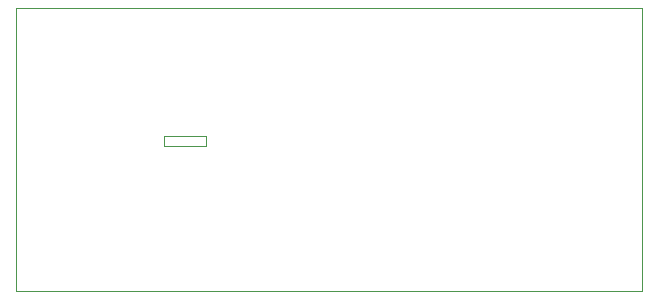
<source format=gm1>
G04 #@! TF.GenerationSoftware,KiCad,Pcbnew,(6.0.7)*
G04 #@! TF.CreationDate,2022-10-10T16:00:38+09:00*
G04 #@! TF.ProjectId,MainBoard,4d61696e-426f-4617-9264-2e6b69636164,rev?*
G04 #@! TF.SameCoordinates,Original*
G04 #@! TF.FileFunction,Profile,NP*
%FSLAX46Y46*%
G04 Gerber Fmt 4.6, Leading zero omitted, Abs format (unit mm)*
G04 Created by KiCad (PCBNEW (6.0.7)) date 2022-10-10 16:00:38*
%MOMM*%
%LPD*%
G01*
G04 APERTURE LIST*
G04 #@! TA.AperFunction,Profile*
%ADD10C,0.100000*%
G04 #@! TD*
G04 APERTURE END LIST*
D10*
X155092400Y-88730200D02*
X155092400Y-87825200D01*
X151536400Y-88730200D02*
X151536400Y-87825200D01*
X139000000Y-77000000D02*
X139000000Y-101000000D01*
X139000000Y-101000000D02*
X192000000Y-101000000D01*
X192000000Y-77000000D02*
X139000000Y-77000000D01*
X151536400Y-88730200D02*
X155092400Y-88730200D01*
X192000000Y-101000000D02*
X192000000Y-77000000D01*
X151536400Y-87825200D02*
X155092400Y-87825200D01*
M02*

</source>
